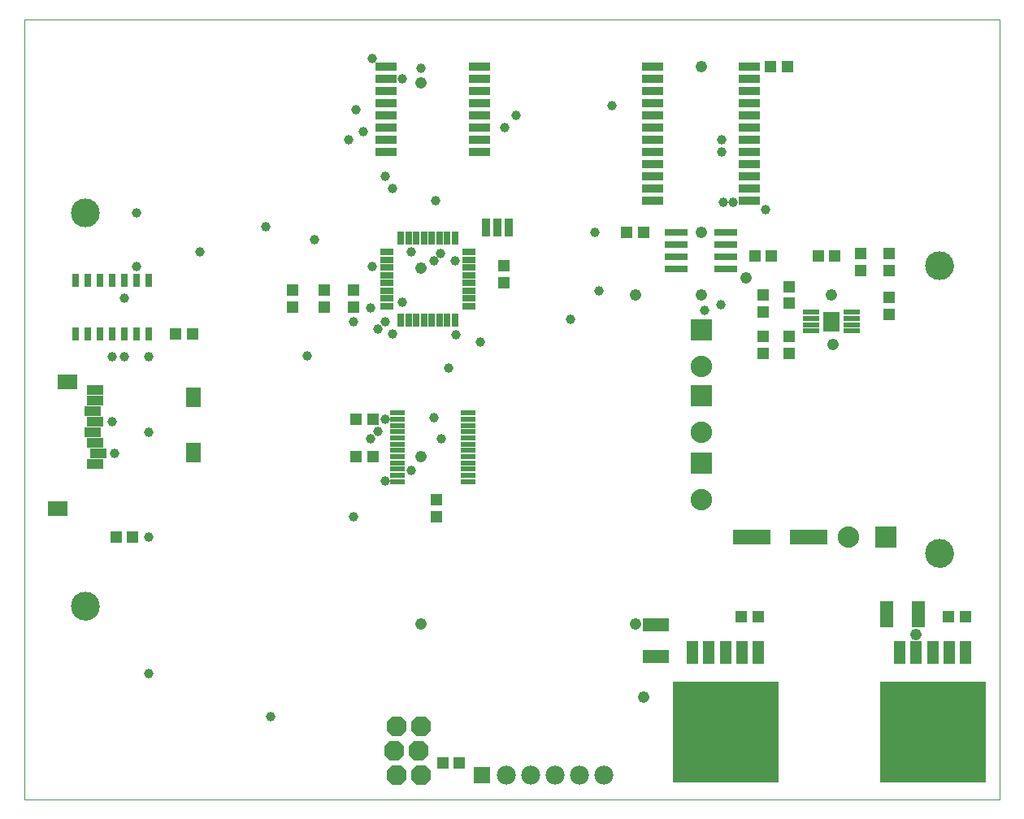
<source format=gts>
G75*
%MOIN*%
%OFA0B0*%
%FSLAX24Y24*%
%IPPOS*%
%LPD*%
%AMOC8*
5,1,8,0,0,1.08239X$1,22.5*
%
%ADD10C,0.0000*%
%ADD11R,0.0580X0.0300*%
%ADD12R,0.0300X0.0580*%
%ADD13R,0.0356X0.0749*%
%ADD14R,0.0474X0.0513*%
%ADD15R,0.0513X0.0474*%
%ADD16R,0.0630X0.0217*%
%ADD17R,0.0880X0.0880*%
%ADD18C,0.0880*%
%ADD19R,0.0674X0.0674*%
%ADD20C,0.0780*%
%ADD21OC8,0.0820*%
%ADD22R,0.0316X0.0552*%
%ADD23R,0.0710X0.0237*%
%ADD24R,0.0698X0.0824*%
%ADD25R,0.4332X0.4178*%
%ADD26R,0.0500X0.0930*%
%ADD27R,0.1064X0.0552*%
%ADD28R,0.0552X0.1064*%
%ADD29C,0.1182*%
%ADD30R,0.0946X0.0316*%
%ADD31R,0.0880X0.0340*%
%ADD32R,0.0631X0.0789*%
%ADD33R,0.0828X0.0631*%
%ADD34R,0.0671X0.0395*%
%ADD35R,0.1576X0.0631*%
%ADD36C,0.0390*%
%ADD37C,0.0476*%
D10*
X008773Y008752D02*
X008773Y040752D01*
X048773Y040752D01*
X048773Y008752D01*
X008773Y008752D01*
X010722Y016681D02*
X010724Y016728D01*
X010730Y016774D01*
X010740Y016820D01*
X010753Y016865D01*
X010771Y016908D01*
X010792Y016950D01*
X010816Y016990D01*
X010844Y017027D01*
X010875Y017062D01*
X010909Y017095D01*
X010945Y017124D01*
X010984Y017150D01*
X011025Y017173D01*
X011068Y017192D01*
X011112Y017208D01*
X011157Y017220D01*
X011203Y017228D01*
X011250Y017232D01*
X011296Y017232D01*
X011343Y017228D01*
X011389Y017220D01*
X011434Y017208D01*
X011478Y017192D01*
X011521Y017173D01*
X011562Y017150D01*
X011601Y017124D01*
X011637Y017095D01*
X011671Y017062D01*
X011702Y017027D01*
X011730Y016990D01*
X011754Y016950D01*
X011775Y016908D01*
X011793Y016865D01*
X011806Y016820D01*
X011816Y016774D01*
X011822Y016728D01*
X011824Y016681D01*
X011822Y016634D01*
X011816Y016588D01*
X011806Y016542D01*
X011793Y016497D01*
X011775Y016454D01*
X011754Y016412D01*
X011730Y016372D01*
X011702Y016335D01*
X011671Y016300D01*
X011637Y016267D01*
X011601Y016238D01*
X011562Y016212D01*
X011521Y016189D01*
X011478Y016170D01*
X011434Y016154D01*
X011389Y016142D01*
X011343Y016134D01*
X011296Y016130D01*
X011250Y016130D01*
X011203Y016134D01*
X011157Y016142D01*
X011112Y016154D01*
X011068Y016170D01*
X011025Y016189D01*
X010984Y016212D01*
X010945Y016238D01*
X010909Y016267D01*
X010875Y016300D01*
X010844Y016335D01*
X010816Y016372D01*
X010792Y016412D01*
X010771Y016454D01*
X010753Y016497D01*
X010740Y016542D01*
X010730Y016588D01*
X010724Y016634D01*
X010722Y016681D01*
X010722Y032823D02*
X010724Y032870D01*
X010730Y032916D01*
X010740Y032962D01*
X010753Y033007D01*
X010771Y033050D01*
X010792Y033092D01*
X010816Y033132D01*
X010844Y033169D01*
X010875Y033204D01*
X010909Y033237D01*
X010945Y033266D01*
X010984Y033292D01*
X011025Y033315D01*
X011068Y033334D01*
X011112Y033350D01*
X011157Y033362D01*
X011203Y033370D01*
X011250Y033374D01*
X011296Y033374D01*
X011343Y033370D01*
X011389Y033362D01*
X011434Y033350D01*
X011478Y033334D01*
X011521Y033315D01*
X011562Y033292D01*
X011601Y033266D01*
X011637Y033237D01*
X011671Y033204D01*
X011702Y033169D01*
X011730Y033132D01*
X011754Y033092D01*
X011775Y033050D01*
X011793Y033007D01*
X011806Y032962D01*
X011816Y032916D01*
X011822Y032870D01*
X011824Y032823D01*
X011822Y032776D01*
X011816Y032730D01*
X011806Y032684D01*
X011793Y032639D01*
X011775Y032596D01*
X011754Y032554D01*
X011730Y032514D01*
X011702Y032477D01*
X011671Y032442D01*
X011637Y032409D01*
X011601Y032380D01*
X011562Y032354D01*
X011521Y032331D01*
X011478Y032312D01*
X011434Y032296D01*
X011389Y032284D01*
X011343Y032276D01*
X011296Y032272D01*
X011250Y032272D01*
X011203Y032276D01*
X011157Y032284D01*
X011112Y032296D01*
X011068Y032312D01*
X011025Y032331D01*
X010984Y032354D01*
X010945Y032380D01*
X010909Y032409D01*
X010875Y032442D01*
X010844Y032477D01*
X010816Y032514D01*
X010792Y032554D01*
X010771Y032596D01*
X010753Y032639D01*
X010740Y032684D01*
X010730Y032730D01*
X010724Y032776D01*
X010722Y032823D01*
X045761Y030658D02*
X045763Y030705D01*
X045769Y030751D01*
X045779Y030797D01*
X045792Y030842D01*
X045810Y030885D01*
X045831Y030927D01*
X045855Y030967D01*
X045883Y031004D01*
X045914Y031039D01*
X045948Y031072D01*
X045984Y031101D01*
X046023Y031127D01*
X046064Y031150D01*
X046107Y031169D01*
X046151Y031185D01*
X046196Y031197D01*
X046242Y031205D01*
X046289Y031209D01*
X046335Y031209D01*
X046382Y031205D01*
X046428Y031197D01*
X046473Y031185D01*
X046517Y031169D01*
X046560Y031150D01*
X046601Y031127D01*
X046640Y031101D01*
X046676Y031072D01*
X046710Y031039D01*
X046741Y031004D01*
X046769Y030967D01*
X046793Y030927D01*
X046814Y030885D01*
X046832Y030842D01*
X046845Y030797D01*
X046855Y030751D01*
X046861Y030705D01*
X046863Y030658D01*
X046861Y030611D01*
X046855Y030565D01*
X046845Y030519D01*
X046832Y030474D01*
X046814Y030431D01*
X046793Y030389D01*
X046769Y030349D01*
X046741Y030312D01*
X046710Y030277D01*
X046676Y030244D01*
X046640Y030215D01*
X046601Y030189D01*
X046560Y030166D01*
X046517Y030147D01*
X046473Y030131D01*
X046428Y030119D01*
X046382Y030111D01*
X046335Y030107D01*
X046289Y030107D01*
X046242Y030111D01*
X046196Y030119D01*
X046151Y030131D01*
X046107Y030147D01*
X046064Y030166D01*
X046023Y030189D01*
X045984Y030215D01*
X045948Y030244D01*
X045914Y030277D01*
X045883Y030312D01*
X045855Y030349D01*
X045831Y030389D01*
X045810Y030431D01*
X045792Y030474D01*
X045779Y030519D01*
X045769Y030565D01*
X045763Y030611D01*
X045761Y030658D01*
X045761Y018846D02*
X045763Y018893D01*
X045769Y018939D01*
X045779Y018985D01*
X045792Y019030D01*
X045810Y019073D01*
X045831Y019115D01*
X045855Y019155D01*
X045883Y019192D01*
X045914Y019227D01*
X045948Y019260D01*
X045984Y019289D01*
X046023Y019315D01*
X046064Y019338D01*
X046107Y019357D01*
X046151Y019373D01*
X046196Y019385D01*
X046242Y019393D01*
X046289Y019397D01*
X046335Y019397D01*
X046382Y019393D01*
X046428Y019385D01*
X046473Y019373D01*
X046517Y019357D01*
X046560Y019338D01*
X046601Y019315D01*
X046640Y019289D01*
X046676Y019260D01*
X046710Y019227D01*
X046741Y019192D01*
X046769Y019155D01*
X046793Y019115D01*
X046814Y019073D01*
X046832Y019030D01*
X046845Y018985D01*
X046855Y018939D01*
X046861Y018893D01*
X046863Y018846D01*
X046861Y018799D01*
X046855Y018753D01*
X046845Y018707D01*
X046832Y018662D01*
X046814Y018619D01*
X046793Y018577D01*
X046769Y018537D01*
X046741Y018500D01*
X046710Y018465D01*
X046676Y018432D01*
X046640Y018403D01*
X046601Y018377D01*
X046560Y018354D01*
X046517Y018335D01*
X046473Y018319D01*
X046428Y018307D01*
X046382Y018299D01*
X046335Y018295D01*
X046289Y018295D01*
X046242Y018299D01*
X046196Y018307D01*
X046151Y018319D01*
X046107Y018335D01*
X046064Y018354D01*
X046023Y018377D01*
X045984Y018403D01*
X045948Y018432D01*
X045914Y018465D01*
X045883Y018500D01*
X045855Y018537D01*
X045831Y018577D01*
X045810Y018619D01*
X045792Y018662D01*
X045779Y018707D01*
X045769Y018753D01*
X045763Y018799D01*
X045761Y018846D01*
D11*
X027013Y029000D03*
X027013Y029315D03*
X027013Y029630D03*
X027013Y029945D03*
X027013Y030260D03*
X027013Y030575D03*
X027013Y030890D03*
X027013Y031205D03*
X023633Y031205D03*
X023633Y030890D03*
X023633Y030575D03*
X023633Y030260D03*
X023633Y029945D03*
X023633Y029630D03*
X023633Y029315D03*
X023633Y029000D03*
D12*
X024221Y028412D03*
X024536Y028412D03*
X024850Y028412D03*
X025165Y028412D03*
X025480Y028412D03*
X025795Y028412D03*
X026110Y028412D03*
X026425Y028412D03*
X026425Y031792D03*
X026110Y031792D03*
X025795Y031792D03*
X025480Y031792D03*
X025165Y031792D03*
X024850Y031792D03*
X024536Y031792D03*
X024221Y031792D03*
D13*
X027700Y032202D03*
X028173Y032202D03*
X028645Y032202D03*
D14*
X028423Y030637D03*
X028423Y029968D03*
X022273Y029637D03*
X022273Y028968D03*
X021073Y028968D03*
X021073Y029637D03*
X019773Y029637D03*
X019773Y028968D03*
X025673Y021037D03*
X025673Y020368D03*
X039073Y027068D03*
X039073Y027737D03*
X039073Y028768D03*
X039073Y029437D03*
X040123Y029118D03*
X040123Y029787D03*
X040123Y027737D03*
X040123Y027068D03*
X043073Y030468D03*
X043073Y031137D03*
X044223Y031137D03*
X044223Y030468D03*
X044223Y029337D03*
X044223Y028668D03*
D15*
X042008Y031052D03*
X041338Y031052D03*
X039408Y031052D03*
X038738Y031052D03*
X034158Y032002D03*
X033488Y032002D03*
X039388Y038802D03*
X040058Y038802D03*
X023058Y024352D03*
X022388Y024352D03*
X022388Y022802D03*
X023058Y022802D03*
X015658Y027852D03*
X014988Y027852D03*
X013208Y019502D03*
X012538Y019502D03*
X025938Y010252D03*
X026608Y010252D03*
X038188Y016252D03*
X038858Y016252D03*
X046688Y016252D03*
X047358Y016252D03*
D16*
X026962Y021795D03*
X026962Y022051D03*
X026962Y022307D03*
X026962Y022563D03*
X026962Y022819D03*
X026962Y023074D03*
X026962Y023330D03*
X026962Y023586D03*
X026962Y023842D03*
X026962Y024098D03*
X026962Y024354D03*
X026962Y024610D03*
X024084Y024610D03*
X024084Y024354D03*
X024084Y024098D03*
X024084Y023842D03*
X024084Y023586D03*
X024084Y023330D03*
X024084Y023074D03*
X024084Y022819D03*
X024084Y022563D03*
X024084Y022307D03*
X024084Y022051D03*
X024084Y021795D03*
D17*
X036523Y022567D03*
X036523Y025322D03*
X036523Y028035D03*
X044093Y019502D03*
D18*
X042575Y019502D03*
X036523Y021049D03*
X036523Y023804D03*
X036523Y026517D03*
D19*
X027523Y009752D03*
D20*
X028523Y009752D03*
X029523Y009752D03*
X030523Y009752D03*
X031523Y009752D03*
X032523Y009752D03*
D21*
X025023Y009752D03*
X024023Y009752D03*
X023923Y010752D03*
X024923Y010752D03*
X025023Y011752D03*
X024023Y011752D03*
D22*
X013873Y027850D03*
X013373Y027850D03*
X012873Y027850D03*
X012373Y027850D03*
X011873Y027850D03*
X011373Y027850D03*
X010873Y027850D03*
X010873Y030055D03*
X011373Y030055D03*
X011873Y030055D03*
X012373Y030055D03*
X012873Y030055D03*
X013373Y030055D03*
X013873Y030055D03*
D23*
X041046Y028736D03*
X041046Y028480D03*
X041046Y028224D03*
X041046Y027969D03*
X042700Y027969D03*
X042700Y028224D03*
X042700Y028480D03*
X042700Y028736D03*
D24*
X041873Y028352D03*
D25*
X046023Y011502D03*
X037523Y011502D03*
D26*
X037523Y014782D03*
X038193Y014782D03*
X038863Y014782D03*
X036853Y014782D03*
X036183Y014782D03*
X044683Y014782D03*
X045353Y014782D03*
X046023Y014782D03*
X046693Y014782D03*
X047363Y014782D03*
D27*
X034673Y014603D03*
X034673Y015902D03*
D28*
X044123Y016352D03*
X045423Y016352D03*
D29*
X046312Y018846D03*
X046312Y030658D03*
X011273Y032823D03*
X011273Y016681D03*
D30*
X035499Y030502D03*
X035499Y031002D03*
X035499Y031502D03*
X035499Y032002D03*
X037547Y032002D03*
X037547Y031502D03*
X037547Y031002D03*
X037547Y030502D03*
D31*
X038503Y033302D03*
X038503Y033802D03*
X038503Y034302D03*
X038503Y034802D03*
X038503Y035302D03*
X038503Y035802D03*
X038503Y036302D03*
X038503Y036802D03*
X038503Y037302D03*
X038503Y037802D03*
X038503Y038302D03*
X038503Y038802D03*
X034543Y038802D03*
X034543Y038302D03*
X034543Y037802D03*
X034543Y037302D03*
X034543Y036802D03*
X034543Y036302D03*
X034543Y035802D03*
X034543Y035302D03*
X034543Y034802D03*
X034543Y034302D03*
X034543Y033802D03*
X034543Y033302D03*
X027453Y035302D03*
X027453Y035802D03*
X027453Y036302D03*
X027453Y036802D03*
X027453Y037302D03*
X027453Y037802D03*
X027453Y038302D03*
X027453Y038802D03*
X023593Y038802D03*
X023593Y038302D03*
X023593Y037802D03*
X023593Y037302D03*
X023593Y036802D03*
X023593Y036302D03*
X023593Y035802D03*
X023593Y035302D03*
D32*
X015715Y025245D03*
X015715Y023001D03*
D33*
X010538Y025875D03*
X010145Y020698D03*
D34*
X011660Y022533D03*
X011818Y022966D03*
X011660Y023399D03*
X011582Y023832D03*
X011660Y024265D03*
X011582Y024698D03*
X011660Y025131D03*
X011660Y025564D03*
D35*
X038592Y019502D03*
X040954Y019502D03*
D36*
X031173Y028452D03*
X032323Y029602D03*
X032173Y032002D03*
X036673Y028802D03*
X037323Y029052D03*
X039173Y032952D03*
X037823Y033252D03*
X037423Y033252D03*
X037373Y035302D03*
X037373Y035802D03*
X032873Y037202D03*
X028923Y036802D03*
X028473Y036302D03*
X025623Y033302D03*
X023873Y033802D03*
X023573Y034302D03*
X022673Y036152D03*
X022073Y035802D03*
X022373Y037052D03*
X024273Y038302D03*
X025023Y038752D03*
X023023Y039152D03*
X018673Y032252D03*
X020673Y031702D03*
X023023Y030602D03*
X024273Y029152D03*
X023573Y028352D03*
X023273Y028052D03*
X023873Y027852D03*
X022973Y028902D03*
X022273Y028352D03*
X020373Y026952D03*
X023573Y024352D03*
X023273Y023852D03*
X022973Y023552D03*
X023573Y021802D03*
X024623Y022252D03*
X025873Y023552D03*
X025573Y024402D03*
X026173Y026452D03*
X026473Y027802D03*
X027473Y027502D03*
X026423Y030852D03*
X025823Y031152D03*
X025573Y030852D03*
X024623Y031202D03*
X015973Y031202D03*
X013373Y030602D03*
X012873Y029302D03*
X012873Y026902D03*
X012373Y026902D03*
X013873Y026902D03*
X012373Y024252D03*
X012473Y022952D03*
X013873Y023802D03*
X013873Y019502D03*
X013873Y013902D03*
X018873Y012152D03*
X022273Y020352D03*
X013373Y032802D03*
D37*
X025023Y030552D03*
X025023Y038152D03*
X033823Y029452D03*
X036523Y029452D03*
X038373Y030152D03*
X036523Y032002D03*
X041873Y029452D03*
X041923Y027402D03*
X036523Y038802D03*
X025023Y022802D03*
X025023Y015952D03*
X033823Y015952D03*
X034173Y012952D03*
X045323Y015502D03*
M02*

</source>
